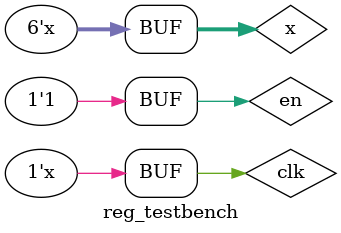
<source format=v>
`timescale 1ns / 1ps
module reg_testbench();
    reg clk,en;
    reg [5:0] x;
    wire [5:0] o;
    FF FF(.clk(clk),.en(en),.x(x),.o(o));
    initial
    begin
        clk=0;
        en=0;
        x=6'b0;
        #50 en=~en;
    end
    always #5 clk=~clk;
    always #20 x=x+1;
endmodule

</source>
